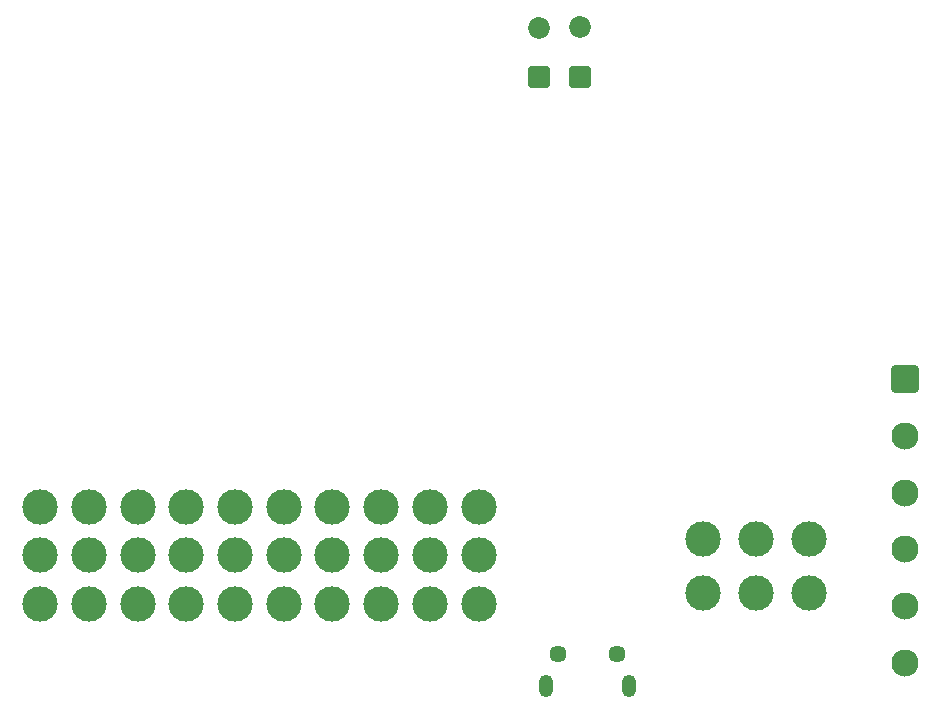
<source format=gbr>
%TF.GenerationSoftware,KiCad,Pcbnew,(6.0.10)*%
%TF.CreationDate,2023-04-25T21:53:47+02:00*%
%TF.ProjectId,sabvoton-controller,73616276-6f74-46f6-9e2d-636f6e74726f,rev?*%
%TF.SameCoordinates,Original*%
%TF.FileFunction,Soldermask,Bot*%
%TF.FilePolarity,Negative*%
%FSLAX46Y46*%
G04 Gerber Fmt 4.6, Leading zero omitted, Abs format (unit mm)*
G04 Created by KiCad (PCBNEW (6.0.10)) date 2023-04-25 21:53:47*
%MOMM*%
%LPD*%
G01*
G04 APERTURE LIST*
G04 Aperture macros list*
%AMRoundRect*
0 Rectangle with rounded corners*
0 $1 Rounding radius*
0 $2 $3 $4 $5 $6 $7 $8 $9 X,Y pos of 4 corners*
0 Add a 4 corners polygon primitive as box body*
4,1,4,$2,$3,$4,$5,$6,$7,$8,$9,$2,$3,0*
0 Add four circle primitives for the rounded corners*
1,1,$1+$1,$2,$3*
1,1,$1+$1,$4,$5*
1,1,$1+$1,$6,$7*
1,1,$1+$1,$8,$9*
0 Add four rect primitives between the rounded corners*
20,1,$1+$1,$2,$3,$4,$5,0*
20,1,$1+$1,$4,$5,$6,$7,0*
20,1,$1+$1,$6,$7,$8,$9,0*
20,1,$1+$1,$8,$9,$2,$3,0*%
G04 Aperture macros list end*
%ADD10RoundRect,0.250000X0.675000X-0.675000X0.675000X0.675000X-0.675000X0.675000X-0.675000X-0.675000X0*%
%ADD11C,1.850000*%
%ADD12O,1.200000X1.900000*%
%ADD13C,1.450000*%
%ADD14RoundRect,0.250001X-0.899999X0.899999X-0.899999X-0.899999X0.899999X-0.899999X0.899999X0.899999X0*%
%ADD15C,2.300000*%
%ADD16C,3.000000*%
G04 APERTURE END LIST*
D10*
%TO.C,J7*%
X146650000Y-63030000D03*
D11*
X146650000Y-58830000D03*
%TD*%
D10*
%TO.C,J6*%
X150100000Y-63000000D03*
D11*
X150100000Y-58800000D03*
%TD*%
D12*
%TO.C,J8*%
X154200000Y-114537500D03*
D13*
X148200000Y-111837500D03*
D12*
X147200000Y-114537500D03*
D13*
X153200000Y-111837500D03*
%TD*%
D14*
%TO.C,J3*%
X177600000Y-88600000D03*
D15*
X177600000Y-93400000D03*
X177600000Y-98200000D03*
X177600000Y-103000000D03*
X177600000Y-107800000D03*
X177600000Y-112600000D03*
%TD*%
D16*
%TO.C,J1*%
X160500000Y-102150000D03*
X165000000Y-102150000D03*
X169500000Y-102150000D03*
X160500000Y-106650000D03*
X165000000Y-106650000D03*
X169500000Y-106650000D03*
%TD*%
%TO.C,J2*%
X104375000Y-99375000D03*
X108500000Y-99375000D03*
X112625000Y-99375000D03*
X116750000Y-99375000D03*
X120875000Y-99375000D03*
X125000000Y-99375000D03*
X129125000Y-99375000D03*
X133250000Y-99375000D03*
X137375000Y-99375000D03*
X141500000Y-99375000D03*
X104375000Y-103500000D03*
X108500000Y-103500000D03*
X112625000Y-103500000D03*
X116750000Y-103500000D03*
X120875000Y-103500000D03*
X125000000Y-103500000D03*
X129125000Y-103500000D03*
X133250000Y-103500000D03*
X137375000Y-103500000D03*
X141500000Y-103500000D03*
X104375000Y-107625000D03*
X108500000Y-107625000D03*
X112625000Y-107625000D03*
X116750000Y-107625000D03*
X120875000Y-107625000D03*
X125000000Y-107625000D03*
X129125000Y-107625000D03*
X133250000Y-107625000D03*
X137375000Y-107625000D03*
X141500000Y-107625000D03*
%TD*%
M02*

</source>
